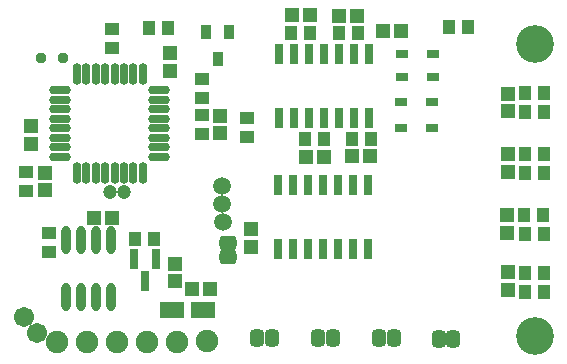
<source format=gbs>
%FSTAX25Y25*%
%MOIN*%
%SFA1B1*%

%IPPOS*%
%AMD51*
4,1,8,-0.028600,0.010300,-0.028600,-0.010300,-0.014300,-0.024700,0.014300,-0.024700,0.028600,-0.010300,0.028600,0.010300,0.014300,0.024700,-0.014300,0.024700,-0.028600,0.010300,0.0*
1,1,0.028680,-0.014300,0.010300*
1,1,0.028680,-0.014300,-0.010300*
1,1,0.028680,0.014300,-0.010300*
1,1,0.028680,0.014300,0.010300*
%
%AMD54*
4,1,8,-0.010300,-0.028600,0.010300,-0.028600,0.024700,-0.014300,0.024700,0.014300,0.010300,0.028600,-0.010300,0.028600,-0.024700,0.014300,-0.024700,-0.014300,-0.010300,-0.028600,0.0*
1,1,0.028680,-0.010300,-0.014300*
1,1,0.028680,0.010300,-0.014300*
1,1,0.028680,0.010300,0.014300*
1,1,0.028680,-0.010300,0.014300*
%
G04~CAMADD=51~8~0.0~0.0~493.4~572.1~143.4~0.0~15~0.0~0.0~0.0~0.0~0~0.0~0.0~0.0~0.0~0~0.0~0.0~0.0~90.0~572.0~494.0*
%ADD51D51*%
%ADD52C,0.126110*%
%ADD53C,0.067060*%
G04~CAMADD=54~8~0.0~0.0~493.4~572.1~143.4~0.0~15~0.0~0.0~0.0~0.0~0~0.0~0.0~0.0~0.0~0~0.0~0.0~0.0~180.0~494.0~572.0*
%ADD54D54*%
%ADD55C,0.074930*%
%ADD56C,0.037530*%
%ADD57R,0.033590X0.049340*%
%ADD58R,0.045400X0.045400*%
%ADD59R,0.031620X0.069020*%
%ADD60R,0.045400X0.045400*%
%ADD61R,0.047370X0.043430*%
%ADD62R,0.043430X0.047370*%
%ADD63C,0.059180*%
%ADD64C,0.047370*%
%ADD65R,0.043430X0.027690*%
%ADD66R,0.031620X0.067060*%
%ADD67O,0.072960X0.029650*%
%ADD68O,0.029650X0.072960*%
%ADD69R,0.078870X0.057210*%
%ADD70O,0.031620X0.094610*%
%LNswitch_trojan1-1*%
%LPD*%
G54D51*
X0181004Y0168012D03*
Y0172933D03*
G54D52*
X0283465Y0141634D03*
Y0238976D03*
G54D53*
X011752Y0142717D03*
X0112992Y0148031D03*
G54D54*
X0256299Y014065D03*
X0251378D03*
X0236319Y0140945D03*
X0231398D03*
X0216142D03*
X0211221D03*
X0195669D03*
X0190748D03*
G54D55*
X0124016Y0139764D03*
X0134016D03*
X0144016D03*
X0154016D03*
X0164016D03*
X0174016Y014D03*
G54D56*
X0125984Y0234449D03*
X0118898D03*
G54D57*
X0177657Y0234055D03*
X0181398Y024311D03*
X0173917D03*
G54D58*
X0188878Y0171555D03*
Y0177461D03*
X0163386Y0165847D03*
Y0159941D03*
X0120079Y019626D03*
Y0190354D03*
X0115354Y0205709D03*
Y0211614D03*
X0161713Y0236024D03*
Y0230118D03*
X0178347Y020935D03*
Y0215256D03*
X0274311Y0216634D03*
Y0222539D03*
X0274409Y0196457D03*
Y0202362D03*
X0274114Y0176084D03*
Y0181989D03*
X0274311Y0157087D03*
Y0162992D03*
G54D59*
X0203091Y0214469D03*
X0208091D03*
X0218091D03*
X0203091Y0235728D03*
X0208091D03*
X0218091D03*
X0198091Y0214469D03*
X0228091D03*
X0223091D03*
X0213091D03*
X0198091Y0235728D03*
X0228091D03*
X0223091D03*
X0213091D03*
X0202894Y0170866D03*
X0207894D03*
X0217894D03*
X0202894Y0192126D03*
X0207894D03*
X0217894D03*
X0197894Y0170866D03*
X0227894D03*
X0222894D03*
X0212894D03*
X0197894Y0192126D03*
X0227894D03*
X0222894D03*
X0212894D03*
G54D60*
X0142323Y0181102D03*
X0136417D03*
X0175Y0157579D03*
X0169095D03*
X0238681Y0243504D03*
X0232776D03*
X0218209Y0248524D03*
X0224114D03*
X0202461Y0248622D03*
X0208366D03*
X0212992Y0201575D03*
X0207087D03*
X0228346Y020187D03*
X0222441D03*
G54D61*
X014252Y0244094D03*
Y0237795D03*
X0121555Y0176083D03*
Y0169783D03*
X0113779Y0196358D03*
Y0190059D03*
X0172441Y0209154D03*
Y0215453D03*
X0172343Y0221162D03*
Y0227461D03*
X0187598Y021437D03*
Y0208071D03*
G54D62*
X0156595Y0174114D03*
X0150295D03*
X0154823Y0244488D03*
X0161122D03*
X0254921Y0244685D03*
X0261221D03*
X0218012Y0242815D03*
X0224311D03*
X0286417Y0222639D03*
X0280118D03*
X0286417Y0216536D03*
X0280118D03*
X0202264Y0242717D03*
X0208563D03*
X0286516Y0202462D03*
X0280217D03*
X0286516Y0196162D03*
X0280217D03*
X0213189Y020748D03*
X020689D03*
X028622Y0181989D03*
X0279921D03*
X0286319Y017569D03*
X028002D03*
X0228642Y0207283D03*
X0222342D03*
X0286319Y0162895D03*
X028002D03*
X0286319Y0156399D03*
X028002D03*
G54D63*
X0179331Y0179626D03*
X0179134Y0191732D03*
X0179232Y0185728D03*
G54D64*
X0141732Y0189764D03*
X0146457D03*
G54D65*
X0249311Y0228051D03*
X0239075D03*
X0249114Y0211122D03*
X0238878D03*
X0249114Y0219783D03*
X0238878D03*
X0249311Y0235827D03*
X0239075D03*
G54D66*
X0149803Y016752D03*
X0157283D03*
X0153543Y0160039D03*
G54D67*
X0125197Y0201575D03*
Y0204725D03*
Y0207874D03*
Y0211024D03*
Y0214173D03*
Y0217323D03*
Y0220473D03*
Y0223622D03*
X0158268D03*
Y0220473D03*
Y0217323D03*
Y0214173D03*
Y0211024D03*
Y0207874D03*
Y0204725D03*
Y0201575D03*
G54D68*
X0130709Y0229134D03*
X0133858D03*
X0137008D03*
X0140157D03*
X0143307D03*
X0146457D03*
X0149606D03*
X0152756D03*
Y0196063D03*
X0149606D03*
X0146457D03*
X0143307D03*
X0140157D03*
X0137008D03*
X0133858D03*
X0130709D03*
G54D69*
X0172835Y0150394D03*
X0162598D03*
G54D70*
X0127146Y0173622D03*
X0132146D03*
X0137146D03*
X0142146D03*
X0127146Y0154724D03*
X0132146D03*
X0137146D03*
X0142146D03*
M02*
</source>
